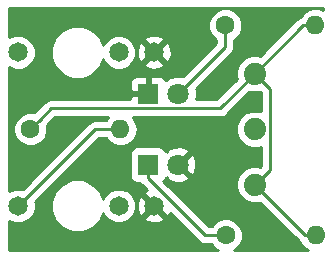
<source format=gbr>
G04 #@! TF.GenerationSoftware,KiCad,Pcbnew,(5.0.0)*
G04 #@! TF.CreationDate,2018-08-18T17:33:36+02:00*
G04 #@! TF.ProjectId,1u_mute,31755F6D7574652E6B696361645F7063,rev?*
G04 #@! TF.SameCoordinates,Original*
G04 #@! TF.FileFunction,Copper,L1,Top,Signal*
G04 #@! TF.FilePolarity,Positive*
%FSLAX46Y46*%
G04 Gerber Fmt 4.6, Leading zero omitted, Abs format (unit mm)*
G04 Created by KiCad (PCBNEW (5.0.0)) date 08/18/18 17:33:36*
%MOMM*%
%LPD*%
G01*
G04 APERTURE LIST*
G04 #@! TA.AperFunction,ComponentPad*
%ADD10C,1.648460*%
G04 #@! TD*
G04 #@! TA.AperFunction,ComponentPad*
%ADD11C,1.800000*%
G04 #@! TD*
G04 #@! TA.AperFunction,ComponentPad*
%ADD12R,1.800000X1.800000*%
G04 #@! TD*
G04 #@! TA.AperFunction,ComponentPad*
%ADD13O,1.600000X1.600000*%
G04 #@! TD*
G04 #@! TA.AperFunction,ComponentPad*
%ADD14C,1.600000*%
G04 #@! TD*
G04 #@! TA.AperFunction,ComponentPad*
%ADD15C,1.879600*%
G04 #@! TD*
G04 #@! TA.AperFunction,Conductor*
%ADD16C,0.250000*%
G04 #@! TD*
G04 #@! TA.AperFunction,Conductor*
%ADD17C,0.254000*%
G04 #@! TD*
G04 APERTURE END LIST*
D10*
G04 #@! TO.P,J_OUT_1,P$3_SLEEVE*
G04 #@! TO.N,GND*
X12999860Y-17500000D03*
G04 #@! TO.P,J_OUT_1,P$2_SWITCH*
G04 #@! TO.N,N/C*
X9997580Y-17500000D03*
G04 #@! TO.P,J_OUT_1,P$1_TIP*
G04 #@! TO.N,Net-(J_OUT_1-PadP$1_TIP)*
X1501280Y-17500000D03*
G04 #@! TD*
D11*
G04 #@! TO.P,D1,2*
G04 #@! TO.N,Net-(D1-Pad2)*
X15040000Y-8000000D03*
D12*
G04 #@! TO.P,D1,1*
G04 #@! TO.N,GND*
X12500000Y-8000000D03*
G04 #@! TD*
G04 #@! TO.P,D2,1*
G04 #@! TO.N,Net-(D2-Pad1)*
X12460000Y-14000000D03*
D11*
G04 #@! TO.P,D2,2*
G04 #@! TO.N,GND*
X15000000Y-14000000D03*
G04 #@! TD*
D10*
G04 #@! TO.P,J_IN_1,P$1_TIP*
G04 #@! TO.N,Net-(J_IN_1-PadP$1_TIP)*
X1501280Y-4500000D03*
G04 #@! TO.P,J_IN_1,P$2_SWITCH*
G04 #@! TO.N,N/C*
X9997580Y-4500000D03*
G04 #@! TO.P,J_IN_1,P$3_SLEEVE*
G04 #@! TO.N,GND*
X12999860Y-4500000D03*
G04 #@! TD*
D13*
G04 #@! TO.P,R_NLED_1,2*
G04 #@! TO.N,Net-(R_NLED_1-Pad2)*
X26680000Y-20000000D03*
D14*
G04 #@! TO.P,R_NLED_1,1*
G04 #@! TO.N,Net-(D2-Pad1)*
X19060000Y-20000000D03*
G04 #@! TD*
G04 #@! TO.P,R_OUT_1,1*
G04 #@! TO.N,Net-(R_NLED_1-Pad2)*
X2500000Y-11000000D03*
D13*
G04 #@! TO.P,R_OUT_1,2*
G04 #@! TO.N,Net-(J_OUT_1-PadP$1_TIP)*
X10120000Y-11000000D03*
G04 #@! TD*
G04 #@! TO.P,R_PLED_1,2*
G04 #@! TO.N,Net-(R_NLED_1-Pad2)*
X26620000Y-2200000D03*
D14*
G04 #@! TO.P,R_PLED_1,1*
G04 #@! TO.N,Net-(D1-Pad2)*
X19000000Y-2200000D03*
G04 #@! TD*
D15*
G04 #@! TO.P,SW1,1*
G04 #@! TO.N,Net-(R_NLED_1-Pad2)*
X21500000Y-15700000D03*
G04 #@! TO.P,SW1,2*
G04 #@! TO.N,Net-(J_IN_1-PadP$1_TIP)*
X21500000Y-11000000D03*
G04 #@! TO.P,SW1,3*
G04 #@! TO.N,Net-(R_NLED_1-Pad2)*
X21500000Y-6300000D03*
G04 #@! TD*
D16*
G04 #@! TO.N,Net-(D1-Pad2)*
X19000000Y-4040000D02*
X19000000Y-2200000D01*
X15040000Y-8000000D02*
X19000000Y-4040000D01*
G04 #@! TO.N,Net-(D2-Pad1)*
X17928630Y-20000000D02*
X19060000Y-20000000D01*
X17310000Y-20000000D02*
X17928630Y-20000000D01*
X12460000Y-15150000D02*
X17310000Y-20000000D01*
X12460000Y-14000000D02*
X12460000Y-15150000D01*
G04 #@! TO.N,Net-(J_OUT_1-PadP$1_TIP)*
X8001280Y-11000000D02*
X10120000Y-11000000D01*
X1501280Y-17500000D02*
X8001280Y-11000000D01*
G04 #@! TO.N,Net-(R_NLED_1-Pad2)*
X25600000Y-2200000D02*
X26620000Y-2200000D01*
X21500000Y-6300000D02*
X25600000Y-2200000D01*
X25800000Y-20000000D02*
X26680000Y-20000000D01*
X21500000Y-15700000D02*
X25800000Y-20000000D01*
X22439799Y-7239799D02*
X21500000Y-6300000D01*
X22764801Y-7564801D02*
X22439799Y-7239799D01*
X22764801Y-14435199D02*
X22764801Y-7564801D01*
X21500000Y-15700000D02*
X22764801Y-14435199D01*
X3299999Y-10200001D02*
X2500000Y-11000000D01*
X4274999Y-9225001D02*
X3299999Y-10200001D01*
X18574999Y-9225001D02*
X4274999Y-9225001D01*
X21500000Y-6300000D02*
X18574999Y-9225001D01*
G04 #@! TD*
D17*
G04 #@! TO.N,GND*
G36*
X21955325Y-7830128D02*
X21955331Y-7830132D01*
X22004802Y-7879603D01*
X22004802Y-9504545D01*
X21813247Y-9425200D01*
X21186753Y-9425200D01*
X20607948Y-9664949D01*
X20164949Y-10107948D01*
X19925200Y-10686753D01*
X19925200Y-11313247D01*
X20164949Y-11892052D01*
X20607948Y-12335051D01*
X21186753Y-12574800D01*
X21813247Y-12574800D01*
X22004801Y-12495456D01*
X22004801Y-14120397D01*
X21945300Y-14179898D01*
X21813247Y-14125200D01*
X21186753Y-14125200D01*
X20607948Y-14364949D01*
X20164949Y-14807948D01*
X19925200Y-15386753D01*
X19925200Y-16013247D01*
X20164949Y-16592052D01*
X20607948Y-17035051D01*
X21186753Y-17274800D01*
X21813247Y-17274800D01*
X21945300Y-17220102D01*
X25209673Y-20484476D01*
X25252071Y-20547929D01*
X25315524Y-20590327D01*
X25315526Y-20590329D01*
X25375251Y-20630235D01*
X25645423Y-21034577D01*
X25990275Y-21265000D01*
X19755855Y-21265000D01*
X19872862Y-21216534D01*
X20276534Y-20812862D01*
X20495000Y-20285439D01*
X20495000Y-19714561D01*
X20276534Y-19187138D01*
X19872862Y-18783466D01*
X19345439Y-18565000D01*
X18774561Y-18565000D01*
X18247138Y-18783466D01*
X17843466Y-19187138D01*
X17821570Y-19240000D01*
X17624802Y-19240000D01*
X13772731Y-15387930D01*
X13817809Y-15357809D01*
X13950058Y-15159886D01*
X13984890Y-15194718D01*
X14099447Y-15080161D01*
X14185852Y-15336643D01*
X14759336Y-15546458D01*
X15369460Y-15520839D01*
X15814148Y-15336643D01*
X15900554Y-15080159D01*
X15000000Y-14179605D01*
X14985858Y-14193748D01*
X14806253Y-14014143D01*
X14820395Y-14000000D01*
X15179605Y-14000000D01*
X16080159Y-14900554D01*
X16336643Y-14814148D01*
X16546458Y-14240664D01*
X16520839Y-13630540D01*
X16336643Y-13185852D01*
X16080159Y-13099446D01*
X15179605Y-14000000D01*
X14820395Y-14000000D01*
X14806253Y-13985858D01*
X14985858Y-13806253D01*
X15000000Y-13820395D01*
X15900554Y-12919841D01*
X15814148Y-12663357D01*
X15240664Y-12453542D01*
X14630540Y-12479161D01*
X14185852Y-12663357D01*
X14099447Y-12919839D01*
X13984890Y-12805282D01*
X13950058Y-12840114D01*
X13817809Y-12642191D01*
X13607765Y-12501843D01*
X13360000Y-12452560D01*
X11560000Y-12452560D01*
X11312235Y-12501843D01*
X11102191Y-12642191D01*
X10961843Y-12852235D01*
X10912560Y-13100000D01*
X10912560Y-14900000D01*
X10961843Y-15147765D01*
X11102191Y-15357809D01*
X11312235Y-15498157D01*
X11560000Y-15547440D01*
X11811518Y-15547440D01*
X11912072Y-15697929D01*
X11975528Y-15740329D01*
X12393909Y-16158710D01*
X12231279Y-16226074D01*
X12154170Y-16474705D01*
X12999860Y-17320395D01*
X13014003Y-17306253D01*
X13193608Y-17485858D01*
X13179465Y-17500000D01*
X14025155Y-18345690D01*
X14273786Y-18268581D01*
X14334800Y-18099601D01*
X16719671Y-20484473D01*
X16762071Y-20547929D01*
X16825527Y-20590329D01*
X17013462Y-20715904D01*
X17061605Y-20725480D01*
X17235148Y-20760000D01*
X17235152Y-20760000D01*
X17310000Y-20774888D01*
X17384848Y-20760000D01*
X17821570Y-20760000D01*
X17843466Y-20812862D01*
X18247138Y-21216534D01*
X18364145Y-21265000D01*
X735000Y-21265000D01*
X735000Y-18762055D01*
X1211021Y-18959230D01*
X1791539Y-18959230D01*
X2327867Y-18737075D01*
X2738355Y-18326587D01*
X2960510Y-17790259D01*
X2960510Y-17209741D01*
X2932928Y-17143153D01*
X3020650Y-17055431D01*
X4265000Y-17055431D01*
X4265000Y-17944569D01*
X4605259Y-18766026D01*
X5233974Y-19394741D01*
X6055431Y-19735000D01*
X6944569Y-19735000D01*
X7766026Y-19394741D01*
X8394741Y-18766026D01*
X8668634Y-18104791D01*
X8760505Y-18326587D01*
X9170993Y-18737075D01*
X9707321Y-18959230D01*
X10287839Y-18959230D01*
X10824167Y-18737075D01*
X11035947Y-18525295D01*
X12154170Y-18525295D01*
X12231279Y-18773926D01*
X12777295Y-18971077D01*
X13357194Y-18944270D01*
X13768441Y-18773926D01*
X13845550Y-18525295D01*
X12999860Y-17679605D01*
X12154170Y-18525295D01*
X11035947Y-18525295D01*
X11234655Y-18326587D01*
X11456810Y-17790259D01*
X11456810Y-17277435D01*
X11528783Y-17277435D01*
X11555590Y-17857334D01*
X11725934Y-18268581D01*
X11974565Y-18345690D01*
X12820255Y-17500000D01*
X11974565Y-16654310D01*
X11725934Y-16731419D01*
X11528783Y-17277435D01*
X11456810Y-17277435D01*
X11456810Y-17209741D01*
X11234655Y-16673413D01*
X10824167Y-16262925D01*
X10287839Y-16040770D01*
X9707321Y-16040770D01*
X9170993Y-16262925D01*
X8760505Y-16673413D01*
X8668634Y-16895209D01*
X8394741Y-16233974D01*
X7766026Y-15605259D01*
X6944569Y-15265000D01*
X6055431Y-15265000D01*
X5233974Y-15605259D01*
X4605259Y-16233974D01*
X4265000Y-17055431D01*
X3020650Y-17055431D01*
X8316082Y-11760000D01*
X8901957Y-11760000D01*
X9085423Y-12034577D01*
X9560091Y-12351740D01*
X9978667Y-12435000D01*
X10261333Y-12435000D01*
X10679909Y-12351740D01*
X11154577Y-12034577D01*
X11471740Y-11559909D01*
X11583113Y-11000000D01*
X11471740Y-10440091D01*
X11167659Y-9985001D01*
X18500152Y-9985001D01*
X18574999Y-9999889D01*
X18649846Y-9985001D01*
X18649851Y-9985001D01*
X18871536Y-9940905D01*
X19122928Y-9772930D01*
X19165330Y-9709471D01*
X21054700Y-7820102D01*
X21186753Y-7874800D01*
X21813247Y-7874800D01*
X21945299Y-7820102D01*
X21955325Y-7830128D01*
X21955325Y-7830128D01*
G37*
X21955325Y-7830128D02*
X21955331Y-7830132D01*
X22004802Y-7879603D01*
X22004802Y-9504545D01*
X21813247Y-9425200D01*
X21186753Y-9425200D01*
X20607948Y-9664949D01*
X20164949Y-10107948D01*
X19925200Y-10686753D01*
X19925200Y-11313247D01*
X20164949Y-11892052D01*
X20607948Y-12335051D01*
X21186753Y-12574800D01*
X21813247Y-12574800D01*
X22004801Y-12495456D01*
X22004801Y-14120397D01*
X21945300Y-14179898D01*
X21813247Y-14125200D01*
X21186753Y-14125200D01*
X20607948Y-14364949D01*
X20164949Y-14807948D01*
X19925200Y-15386753D01*
X19925200Y-16013247D01*
X20164949Y-16592052D01*
X20607948Y-17035051D01*
X21186753Y-17274800D01*
X21813247Y-17274800D01*
X21945300Y-17220102D01*
X25209673Y-20484476D01*
X25252071Y-20547929D01*
X25315524Y-20590327D01*
X25315526Y-20590329D01*
X25375251Y-20630235D01*
X25645423Y-21034577D01*
X25990275Y-21265000D01*
X19755855Y-21265000D01*
X19872862Y-21216534D01*
X20276534Y-20812862D01*
X20495000Y-20285439D01*
X20495000Y-19714561D01*
X20276534Y-19187138D01*
X19872862Y-18783466D01*
X19345439Y-18565000D01*
X18774561Y-18565000D01*
X18247138Y-18783466D01*
X17843466Y-19187138D01*
X17821570Y-19240000D01*
X17624802Y-19240000D01*
X13772731Y-15387930D01*
X13817809Y-15357809D01*
X13950058Y-15159886D01*
X13984890Y-15194718D01*
X14099447Y-15080161D01*
X14185852Y-15336643D01*
X14759336Y-15546458D01*
X15369460Y-15520839D01*
X15814148Y-15336643D01*
X15900554Y-15080159D01*
X15000000Y-14179605D01*
X14985858Y-14193748D01*
X14806253Y-14014143D01*
X14820395Y-14000000D01*
X15179605Y-14000000D01*
X16080159Y-14900554D01*
X16336643Y-14814148D01*
X16546458Y-14240664D01*
X16520839Y-13630540D01*
X16336643Y-13185852D01*
X16080159Y-13099446D01*
X15179605Y-14000000D01*
X14820395Y-14000000D01*
X14806253Y-13985858D01*
X14985858Y-13806253D01*
X15000000Y-13820395D01*
X15900554Y-12919841D01*
X15814148Y-12663357D01*
X15240664Y-12453542D01*
X14630540Y-12479161D01*
X14185852Y-12663357D01*
X14099447Y-12919839D01*
X13984890Y-12805282D01*
X13950058Y-12840114D01*
X13817809Y-12642191D01*
X13607765Y-12501843D01*
X13360000Y-12452560D01*
X11560000Y-12452560D01*
X11312235Y-12501843D01*
X11102191Y-12642191D01*
X10961843Y-12852235D01*
X10912560Y-13100000D01*
X10912560Y-14900000D01*
X10961843Y-15147765D01*
X11102191Y-15357809D01*
X11312235Y-15498157D01*
X11560000Y-15547440D01*
X11811518Y-15547440D01*
X11912072Y-15697929D01*
X11975528Y-15740329D01*
X12393909Y-16158710D01*
X12231279Y-16226074D01*
X12154170Y-16474705D01*
X12999860Y-17320395D01*
X13014003Y-17306253D01*
X13193608Y-17485858D01*
X13179465Y-17500000D01*
X14025155Y-18345690D01*
X14273786Y-18268581D01*
X14334800Y-18099601D01*
X16719671Y-20484473D01*
X16762071Y-20547929D01*
X16825527Y-20590329D01*
X17013462Y-20715904D01*
X17061605Y-20725480D01*
X17235148Y-20760000D01*
X17235152Y-20760000D01*
X17310000Y-20774888D01*
X17384848Y-20760000D01*
X17821570Y-20760000D01*
X17843466Y-20812862D01*
X18247138Y-21216534D01*
X18364145Y-21265000D01*
X735000Y-21265000D01*
X735000Y-18762055D01*
X1211021Y-18959230D01*
X1791539Y-18959230D01*
X2327867Y-18737075D01*
X2738355Y-18326587D01*
X2960510Y-17790259D01*
X2960510Y-17209741D01*
X2932928Y-17143153D01*
X3020650Y-17055431D01*
X4265000Y-17055431D01*
X4265000Y-17944569D01*
X4605259Y-18766026D01*
X5233974Y-19394741D01*
X6055431Y-19735000D01*
X6944569Y-19735000D01*
X7766026Y-19394741D01*
X8394741Y-18766026D01*
X8668634Y-18104791D01*
X8760505Y-18326587D01*
X9170993Y-18737075D01*
X9707321Y-18959230D01*
X10287839Y-18959230D01*
X10824167Y-18737075D01*
X11035947Y-18525295D01*
X12154170Y-18525295D01*
X12231279Y-18773926D01*
X12777295Y-18971077D01*
X13357194Y-18944270D01*
X13768441Y-18773926D01*
X13845550Y-18525295D01*
X12999860Y-17679605D01*
X12154170Y-18525295D01*
X11035947Y-18525295D01*
X11234655Y-18326587D01*
X11456810Y-17790259D01*
X11456810Y-17277435D01*
X11528783Y-17277435D01*
X11555590Y-17857334D01*
X11725934Y-18268581D01*
X11974565Y-18345690D01*
X12820255Y-17500000D01*
X11974565Y-16654310D01*
X11725934Y-16731419D01*
X11528783Y-17277435D01*
X11456810Y-17277435D01*
X11456810Y-17209741D01*
X11234655Y-16673413D01*
X10824167Y-16262925D01*
X10287839Y-16040770D01*
X9707321Y-16040770D01*
X9170993Y-16262925D01*
X8760505Y-16673413D01*
X8668634Y-16895209D01*
X8394741Y-16233974D01*
X7766026Y-15605259D01*
X6944569Y-15265000D01*
X6055431Y-15265000D01*
X5233974Y-15605259D01*
X4605259Y-16233974D01*
X4265000Y-17055431D01*
X3020650Y-17055431D01*
X8316082Y-11760000D01*
X8901957Y-11760000D01*
X9085423Y-12034577D01*
X9560091Y-12351740D01*
X9978667Y-12435000D01*
X10261333Y-12435000D01*
X10679909Y-12351740D01*
X11154577Y-12034577D01*
X11471740Y-11559909D01*
X11583113Y-11000000D01*
X11471740Y-10440091D01*
X11167659Y-9985001D01*
X18500152Y-9985001D01*
X18574999Y-9999889D01*
X18649846Y-9985001D01*
X18649851Y-9985001D01*
X18871536Y-9940905D01*
X19122928Y-9772930D01*
X19165330Y-9709471D01*
X21054700Y-7820102D01*
X21186753Y-7874800D01*
X21813247Y-7874800D01*
X21945299Y-7820102D01*
X21955325Y-7830128D01*
G36*
X27265001Y-905117D02*
X27179909Y-848260D01*
X26761333Y-765000D01*
X26478667Y-765000D01*
X26060091Y-848260D01*
X25585423Y-1165423D01*
X25383073Y-1468260D01*
X25303463Y-1484096D01*
X25052071Y-1652071D01*
X25009671Y-1715527D01*
X21945300Y-4779898D01*
X21813247Y-4725200D01*
X21186753Y-4725200D01*
X20607948Y-4964949D01*
X20164949Y-5407948D01*
X19925200Y-5986753D01*
X19925200Y-6613247D01*
X19979898Y-6745300D01*
X18260198Y-8465001D01*
X16508862Y-8465001D01*
X16575000Y-8305330D01*
X16575000Y-7694670D01*
X16529640Y-7585161D01*
X19484473Y-4630329D01*
X19547929Y-4587929D01*
X19606681Y-4500000D01*
X19715904Y-4336538D01*
X19754467Y-4142666D01*
X19760000Y-4114852D01*
X19760000Y-4114848D01*
X19774888Y-4040000D01*
X19760000Y-3965152D01*
X19760000Y-3438430D01*
X19812862Y-3416534D01*
X20216534Y-3012862D01*
X20435000Y-2485439D01*
X20435000Y-1914561D01*
X20216534Y-1387138D01*
X19812862Y-983466D01*
X19285439Y-765000D01*
X18714561Y-765000D01*
X18187138Y-983466D01*
X17783466Y-1387138D01*
X17565000Y-1914561D01*
X17565000Y-2485439D01*
X17783466Y-3012862D01*
X18187138Y-3416534D01*
X18240000Y-3438430D01*
X18240000Y-3725198D01*
X15454839Y-6510360D01*
X15345330Y-6465000D01*
X14734670Y-6465000D01*
X14170493Y-6698690D01*
X13994139Y-6875044D01*
X13938327Y-6740301D01*
X13759698Y-6561673D01*
X13526309Y-6465000D01*
X12785750Y-6465000D01*
X12627000Y-6623750D01*
X12627000Y-7873000D01*
X12647000Y-7873000D01*
X12647000Y-8127000D01*
X12627000Y-8127000D01*
X12627000Y-8147000D01*
X12373000Y-8147000D01*
X12373000Y-8127000D01*
X11123750Y-8127000D01*
X10965000Y-8285750D01*
X10965000Y-8465001D01*
X4349845Y-8465001D01*
X4274998Y-8450113D01*
X4200151Y-8465001D01*
X4200147Y-8465001D01*
X3978462Y-8509097D01*
X3727070Y-8677072D01*
X3684670Y-8740528D01*
X2838302Y-9586897D01*
X2785439Y-9565000D01*
X2214561Y-9565000D01*
X1687138Y-9783466D01*
X1283466Y-10187138D01*
X1065000Y-10714561D01*
X1065000Y-11285439D01*
X1283466Y-11812862D01*
X1687138Y-12216534D01*
X2214561Y-12435000D01*
X2785439Y-12435000D01*
X3312862Y-12216534D01*
X3716534Y-11812862D01*
X3935000Y-11285439D01*
X3935000Y-10714561D01*
X3913103Y-10661698D01*
X4589801Y-9985001D01*
X9072341Y-9985001D01*
X8901957Y-10240000D01*
X8076126Y-10240000D01*
X8001279Y-10225112D01*
X7926432Y-10240000D01*
X7926428Y-10240000D01*
X7704743Y-10284096D01*
X7453351Y-10452071D01*
X7410951Y-10515527D01*
X1858127Y-16068352D01*
X1791539Y-16040770D01*
X1211021Y-16040770D01*
X735000Y-16237945D01*
X735000Y-6973690D01*
X10965000Y-6973690D01*
X10965000Y-7714250D01*
X11123750Y-7873000D01*
X12373000Y-7873000D01*
X12373000Y-6623750D01*
X12214250Y-6465000D01*
X11473691Y-6465000D01*
X11240302Y-6561673D01*
X11061673Y-6740301D01*
X10965000Y-6973690D01*
X735000Y-6973690D01*
X735000Y-5762055D01*
X1211021Y-5959230D01*
X1791539Y-5959230D01*
X2327867Y-5737075D01*
X2738355Y-5326587D01*
X2960510Y-4790259D01*
X2960510Y-4209741D01*
X2896593Y-4055431D01*
X4265000Y-4055431D01*
X4265000Y-4944569D01*
X4605259Y-5766026D01*
X5233974Y-6394741D01*
X6055431Y-6735000D01*
X6944569Y-6735000D01*
X7766026Y-6394741D01*
X8394741Y-5766026D01*
X8668634Y-5104791D01*
X8760505Y-5326587D01*
X9170993Y-5737075D01*
X9707321Y-5959230D01*
X10287839Y-5959230D01*
X10824167Y-5737075D01*
X11035947Y-5525295D01*
X12154170Y-5525295D01*
X12231279Y-5773926D01*
X12777295Y-5971077D01*
X13357194Y-5944270D01*
X13768441Y-5773926D01*
X13845550Y-5525295D01*
X12999860Y-4679605D01*
X12154170Y-5525295D01*
X11035947Y-5525295D01*
X11234655Y-5326587D01*
X11456810Y-4790259D01*
X11456810Y-4277435D01*
X11528783Y-4277435D01*
X11555590Y-4857334D01*
X11725934Y-5268581D01*
X11974565Y-5345690D01*
X12820255Y-4500000D01*
X13179465Y-4500000D01*
X14025155Y-5345690D01*
X14273786Y-5268581D01*
X14470937Y-4722565D01*
X14444130Y-4142666D01*
X14273786Y-3731419D01*
X14025155Y-3654310D01*
X13179465Y-4500000D01*
X12820255Y-4500000D01*
X11974565Y-3654310D01*
X11725934Y-3731419D01*
X11528783Y-4277435D01*
X11456810Y-4277435D01*
X11456810Y-4209741D01*
X11234655Y-3673413D01*
X11035947Y-3474705D01*
X12154170Y-3474705D01*
X12999860Y-4320395D01*
X13845550Y-3474705D01*
X13768441Y-3226074D01*
X13222425Y-3028923D01*
X12642526Y-3055730D01*
X12231279Y-3226074D01*
X12154170Y-3474705D01*
X11035947Y-3474705D01*
X10824167Y-3262925D01*
X10287839Y-3040770D01*
X9707321Y-3040770D01*
X9170993Y-3262925D01*
X8760505Y-3673413D01*
X8668634Y-3895209D01*
X8394741Y-3233974D01*
X7766026Y-2605259D01*
X6944569Y-2265000D01*
X6055431Y-2265000D01*
X5233974Y-2605259D01*
X4605259Y-3233974D01*
X4265000Y-4055431D01*
X2896593Y-4055431D01*
X2738355Y-3673413D01*
X2327867Y-3262925D01*
X1791539Y-3040770D01*
X1211021Y-3040770D01*
X735000Y-3237945D01*
X735000Y-735000D01*
X27265001Y-735000D01*
X27265001Y-905117D01*
X27265001Y-905117D01*
G37*
X27265001Y-905117D02*
X27179909Y-848260D01*
X26761333Y-765000D01*
X26478667Y-765000D01*
X26060091Y-848260D01*
X25585423Y-1165423D01*
X25383073Y-1468260D01*
X25303463Y-1484096D01*
X25052071Y-1652071D01*
X25009671Y-1715527D01*
X21945300Y-4779898D01*
X21813247Y-4725200D01*
X21186753Y-4725200D01*
X20607948Y-4964949D01*
X20164949Y-5407948D01*
X19925200Y-5986753D01*
X19925200Y-6613247D01*
X19979898Y-6745300D01*
X18260198Y-8465001D01*
X16508862Y-8465001D01*
X16575000Y-8305330D01*
X16575000Y-7694670D01*
X16529640Y-7585161D01*
X19484473Y-4630329D01*
X19547929Y-4587929D01*
X19606681Y-4500000D01*
X19715904Y-4336538D01*
X19754467Y-4142666D01*
X19760000Y-4114852D01*
X19760000Y-4114848D01*
X19774888Y-4040000D01*
X19760000Y-3965152D01*
X19760000Y-3438430D01*
X19812862Y-3416534D01*
X20216534Y-3012862D01*
X20435000Y-2485439D01*
X20435000Y-1914561D01*
X20216534Y-1387138D01*
X19812862Y-983466D01*
X19285439Y-765000D01*
X18714561Y-765000D01*
X18187138Y-983466D01*
X17783466Y-1387138D01*
X17565000Y-1914561D01*
X17565000Y-2485439D01*
X17783466Y-3012862D01*
X18187138Y-3416534D01*
X18240000Y-3438430D01*
X18240000Y-3725198D01*
X15454839Y-6510360D01*
X15345330Y-6465000D01*
X14734670Y-6465000D01*
X14170493Y-6698690D01*
X13994139Y-6875044D01*
X13938327Y-6740301D01*
X13759698Y-6561673D01*
X13526309Y-6465000D01*
X12785750Y-6465000D01*
X12627000Y-6623750D01*
X12627000Y-7873000D01*
X12647000Y-7873000D01*
X12647000Y-8127000D01*
X12627000Y-8127000D01*
X12627000Y-8147000D01*
X12373000Y-8147000D01*
X12373000Y-8127000D01*
X11123750Y-8127000D01*
X10965000Y-8285750D01*
X10965000Y-8465001D01*
X4349845Y-8465001D01*
X4274998Y-8450113D01*
X4200151Y-8465001D01*
X4200147Y-8465001D01*
X3978462Y-8509097D01*
X3727070Y-8677072D01*
X3684670Y-8740528D01*
X2838302Y-9586897D01*
X2785439Y-9565000D01*
X2214561Y-9565000D01*
X1687138Y-9783466D01*
X1283466Y-10187138D01*
X1065000Y-10714561D01*
X1065000Y-11285439D01*
X1283466Y-11812862D01*
X1687138Y-12216534D01*
X2214561Y-12435000D01*
X2785439Y-12435000D01*
X3312862Y-12216534D01*
X3716534Y-11812862D01*
X3935000Y-11285439D01*
X3935000Y-10714561D01*
X3913103Y-10661698D01*
X4589801Y-9985001D01*
X9072341Y-9985001D01*
X8901957Y-10240000D01*
X8076126Y-10240000D01*
X8001279Y-10225112D01*
X7926432Y-10240000D01*
X7926428Y-10240000D01*
X7704743Y-10284096D01*
X7453351Y-10452071D01*
X7410951Y-10515527D01*
X1858127Y-16068352D01*
X1791539Y-16040770D01*
X1211021Y-16040770D01*
X735000Y-16237945D01*
X735000Y-6973690D01*
X10965000Y-6973690D01*
X10965000Y-7714250D01*
X11123750Y-7873000D01*
X12373000Y-7873000D01*
X12373000Y-6623750D01*
X12214250Y-6465000D01*
X11473691Y-6465000D01*
X11240302Y-6561673D01*
X11061673Y-6740301D01*
X10965000Y-6973690D01*
X735000Y-6973690D01*
X735000Y-5762055D01*
X1211021Y-5959230D01*
X1791539Y-5959230D01*
X2327867Y-5737075D01*
X2738355Y-5326587D01*
X2960510Y-4790259D01*
X2960510Y-4209741D01*
X2896593Y-4055431D01*
X4265000Y-4055431D01*
X4265000Y-4944569D01*
X4605259Y-5766026D01*
X5233974Y-6394741D01*
X6055431Y-6735000D01*
X6944569Y-6735000D01*
X7766026Y-6394741D01*
X8394741Y-5766026D01*
X8668634Y-5104791D01*
X8760505Y-5326587D01*
X9170993Y-5737075D01*
X9707321Y-5959230D01*
X10287839Y-5959230D01*
X10824167Y-5737075D01*
X11035947Y-5525295D01*
X12154170Y-5525295D01*
X12231279Y-5773926D01*
X12777295Y-5971077D01*
X13357194Y-5944270D01*
X13768441Y-5773926D01*
X13845550Y-5525295D01*
X12999860Y-4679605D01*
X12154170Y-5525295D01*
X11035947Y-5525295D01*
X11234655Y-5326587D01*
X11456810Y-4790259D01*
X11456810Y-4277435D01*
X11528783Y-4277435D01*
X11555590Y-4857334D01*
X11725934Y-5268581D01*
X11974565Y-5345690D01*
X12820255Y-4500000D01*
X13179465Y-4500000D01*
X14025155Y-5345690D01*
X14273786Y-5268581D01*
X14470937Y-4722565D01*
X14444130Y-4142666D01*
X14273786Y-3731419D01*
X14025155Y-3654310D01*
X13179465Y-4500000D01*
X12820255Y-4500000D01*
X11974565Y-3654310D01*
X11725934Y-3731419D01*
X11528783Y-4277435D01*
X11456810Y-4277435D01*
X11456810Y-4209741D01*
X11234655Y-3673413D01*
X11035947Y-3474705D01*
X12154170Y-3474705D01*
X12999860Y-4320395D01*
X13845550Y-3474705D01*
X13768441Y-3226074D01*
X13222425Y-3028923D01*
X12642526Y-3055730D01*
X12231279Y-3226074D01*
X12154170Y-3474705D01*
X11035947Y-3474705D01*
X10824167Y-3262925D01*
X10287839Y-3040770D01*
X9707321Y-3040770D01*
X9170993Y-3262925D01*
X8760505Y-3673413D01*
X8668634Y-3895209D01*
X8394741Y-3233974D01*
X7766026Y-2605259D01*
X6944569Y-2265000D01*
X6055431Y-2265000D01*
X5233974Y-2605259D01*
X4605259Y-3233974D01*
X4265000Y-4055431D01*
X2896593Y-4055431D01*
X2738355Y-3673413D01*
X2327867Y-3262925D01*
X1791539Y-3040770D01*
X1211021Y-3040770D01*
X735000Y-3237945D01*
X735000Y-735000D01*
X27265001Y-735000D01*
X27265001Y-905117D01*
G04 #@! TD*
M02*

</source>
